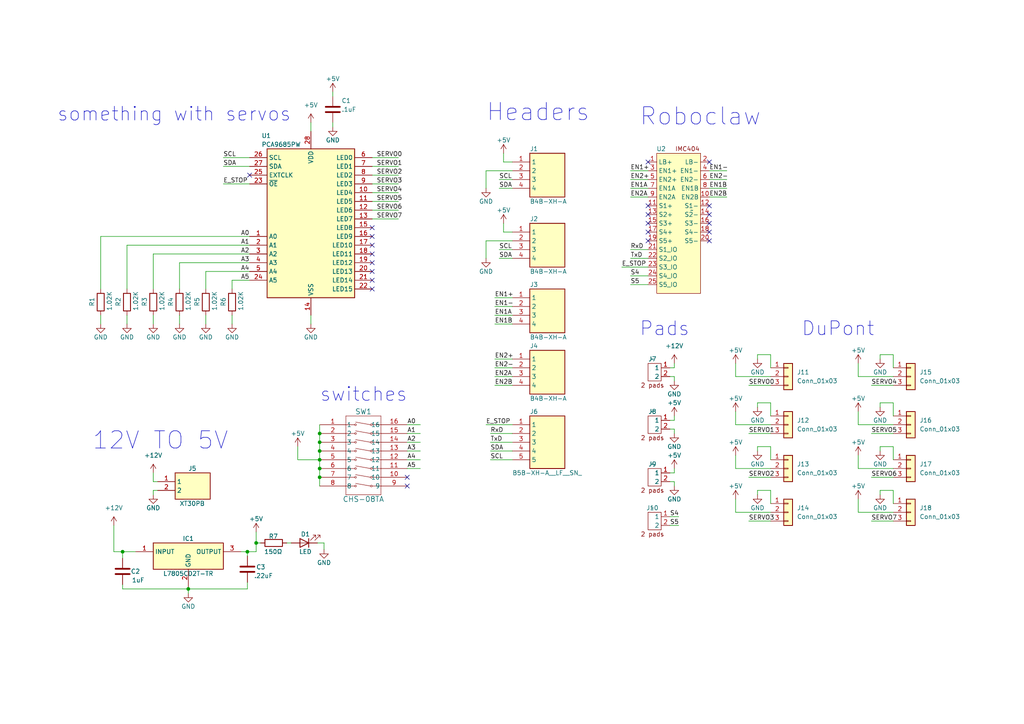
<source format=kicad_sch>
(kicad_sch (version 20230121) (generator eeschema)
  (paper "A4")
  (lib_symbols
    (symbol "B4B-XH-A:B4B-XH-A"
      (property "Reference" "J" (at 16.51 7.62 0))
      (property "Value" "B4B-XH-A" (at 16.51 5.08 0))
      (symbol "B4B-XH-A_1_1"
        (rectangle (start 5.08 2.54) (end 15.24 -10.16) (stroke (width 0.254)) (fill (type background)))
        (pin passive line (at 0 0 0) (length 5.08) (name "1") (number "1"))
        (pin passive line (at 0 -2.54 0) (length 5.08) (name "2") (number "2"))
        (pin passive line (at 0 -5.08 0) (length 5.08) (name "3") (number "3"))
        (pin passive line (at 0 -7.62 0) (length 5.08) (name "4") (number "4"))
      )
    )
    (symbol "B5B-XH-A__LF__SN_:B5B-XH-A__LF__SN_"
      (property "Reference" "J" (at 16.51 7.62 0))
      (property "Value" "B5B-XH-A__LF__SN_" (at 16.51 5.08 0))
      (symbol "B5B-XH-A__LF__SN__1_1"
        (rectangle (start 5.08 2.54) (end 15.24 -12.7) (stroke (width 0.254)) (fill (type background)))
        (pin passive line (at 0 0 0) (length 5.08) (name "1") (number "1"))
        (pin passive line (at 0 -2.54 0) (length 5.08) (name "2") (number "2"))
        (pin passive line (at 0 -5.08 0) (length 5.08) (name "3") (number "3"))
        (pin passive line (at 0 -7.62 0) (length 5.08) (name "4") (number "4"))
        (pin passive line (at 0 -10.16 0) (length 5.08) (name "5") (number "5"))
      )
    )
    (symbol "CHS-08TA:CHS-08TA" (pin_names (offset 0.254))
      (property "Reference" "SW" (at 12.7 7.62 0))
      (property "Value" "CHS-08TA" (at 12.7 5.08 0))
      (symbol "CHS-08TA_0_1"
        (polyline (pts (xy 7.62 -20.32) (xy 17.78 -20.32)) (stroke (width 0.127)))
        (polyline (pts (xy 7.62 -17.78) (xy 10.16 -17.78)) (stroke (width 0.127)))
        (polyline (pts (xy 7.62 -15.24) (xy 10.16 -15.24)) (stroke (width 0.127)))
        (polyline (pts (xy 7.62 -12.7) (xy 10.16 -12.7)) (stroke (width 0.127)))
        (polyline (pts (xy 7.62 -10.16) (xy 10.16 -10.16)) (stroke (width 0.127)))
        (polyline (pts (xy 7.62 -7.62) (xy 10.16 -7.62)) (stroke (width 0.127)))
        (polyline (pts (xy 7.62 -5.08) (xy 10.16 -5.08)) (stroke (width 0.127)))
        (polyline (pts (xy 7.62 -2.54) (xy 10.16 -2.54)) (stroke (width 0.127)))
        (polyline (pts (xy 7.62 0) (xy 10.16 0)) (stroke (width 0.127)))
        (polyline (pts (xy 7.62 2.54) (xy 7.62 -20.32)) (stroke (width 0.127)))
        (polyline (pts (xy 14.732 -17.78) (xy 10.414 -17.018)) (stroke (width 0.127)))
        (polyline (pts (xy 14.732 -15.24) (xy 10.414 -14.478)) (stroke (width 0.127)))
        (polyline (pts (xy 14.732 -12.7) (xy 10.414 -11.938)) (stroke (width 0.127)))
        (polyline (pts (xy 14.732 -10.16) (xy 10.414 -9.398)) (stroke (width 0.127)))
        (polyline (pts (xy 14.732 -7.62) (xy 10.414 -6.858)) (stroke (width 0.127)))
        (polyline (pts (xy 14.732 -5.08) (xy 10.414 -4.318)) (stroke (width 0.127)))
        (polyline (pts (xy 14.732 -2.54) (xy 10.414 -1.778)) (stroke (width 0.127)))
        (polyline (pts (xy 14.732 0) (xy 10.414 0.762)) (stroke (width 0.127)))
        (polyline (pts (xy 15.24 -17.78) (xy 17.78 -17.78)) (stroke (width 0.127)))
        (polyline (pts (xy 15.24 -15.24) (xy 17.78 -15.24)) (stroke (width 0.127)))
        (polyline (pts (xy 15.24 -12.7) (xy 17.78 -12.7)) (stroke (width 0.127)))
        (polyline (pts (xy 15.24 -10.16) (xy 17.78 -10.16)) (stroke (width 0.127)))
        (polyline (pts (xy 15.24 -7.62) (xy 17.78 -7.62)) (stroke (width 0.127)))
        (polyline (pts (xy 15.24 -5.08) (xy 17.78 -5.08)) (stroke (width 0.127)))
        (polyline (pts (xy 15.24 -2.54) (xy 17.78 -2.54)) (stroke (width 0.127)))
        (polyline (pts (xy 15.24 0) (xy 17.78 0)) (stroke (width 0.127)))
        (polyline (pts (xy 17.78 -20.32) (xy 17.78 2.54)) (stroke (width 0.127)))
        (polyline (pts (xy 17.78 2.54) (xy 7.62 2.54)) (stroke (width 0.127)))
        (circle (center 10.414 -17.78) (radius 0.254) (stroke (width 0.127)))
        (circle (center 10.414 -15.24) (radius 0.254) (stroke (width 0.127)))
        (circle (center 10.414 -12.7) (radius 0.254) (stroke (width 0.127)))
        (circle (center 10.414 -10.16) (radius 0.254) (stroke (width 0.127)))
        (circle (center 10.414 -7.62) (radius 0.254) (stroke (width 0.127)))
        (circle (center 10.414 -5.08) (radius 0.254) (stroke (width 0.127)))
        (circle (center 10.414 -2.54) (radius 0.254) (stroke (width 0.127)))
        (circle (center 10.414 0) (radius 0.254) (stroke (width 0.127)))
        (circle (center 14.986 -17.78) (radius 0.254) (stroke (width 0.127)))
        (circle (center 14.986 -15.24) (radius 0.254) (stroke (width 0.127)))
        (circle (center 14.986 -12.7) (radius 0.254) (stroke (width 0.127)))
        (circle (center 14.986 -10.16) (radius 0.254) (stroke (width 0.127)))
        (circle (center 14.986 -7.62) (radius 0.254) (stroke (width 0.127)))
        (circle (center 14.986 -5.08) (radius 0.254) (stroke (width 0.127)))
        (circle (center 14.986 -2.54) (radius 0.254) (stroke (width 0.127)))
        (circle (center 14.986 0) (radius 0.254) (stroke (width 0.127)))
        (pin unspecified line (at 0 0 0) (length 7.62) (name "1") (number "1"))
        (pin unspecified line (at 25.4 -15.24 180) (length 7.62) (name "10") (number "10"))
        (pin unspecified line (at 25.4 -12.7 180) (length 7.62) (name "11") (number "11"))
        (pin unspecified line (at 25.4 -10.16 180) (length 7.62) (name "12") (number "12"))
        (pin unspecified line (at 25.4 -7.62 180) (length 7.62) (name "13") (number "13"))
        (pin unspecified line (at 25.4 -5.08 180) (length 7.62) (name "14") (number "14"))
        (pin unspecified line (at 25.4 -2.54 180) (length 7.62) (name "15") (number "15"))
        (pin unspecified line (at 25.4 0 180) (length 7.62) (name "16") (number "16"))
        (pin unspecified line (at 0 -2.54 0) (length 7.62) (name "2") (number "2"))
        (pin unspecified line (at 0 -5.08 0) (length 7.62) (name "3") (number "3"))
        (pin unspecified line (at 0 -7.62 0) (length 7.62) (name "4") (number "4"))
        (pin unspecified line (at 0 -10.16 0) (length 7.62) (name "5") (number "5"))
        (pin unspecified line (at 0 -12.7 0) (length 7.62) (name "6") (number "6"))
        (pin unspecified line (at 0 -15.24 0) (length 7.62) (name "7") (number "7"))
        (pin unspecified line (at 0 -17.78 0) (length 7.62) (name "8") (number "8"))
        (pin unspecified line (at 25.4 -17.78 180) (length 7.62) (name "9") (number "9"))
      )
    )
    (symbol "Connector_Generic:Conn_01x03" (pin_names (offset 1.016) hide)
      (property "Reference" "J" (at 0 5.08 0))
      (property "Value" "Conn_01x03" (at 0 -5.08 0))
      (symbol "Conn_01x03_1_1"
        (rectangle (start -1.27 -2.413) (end 0 -2.667) (stroke (width 0.1524)))
        (rectangle (start -1.27 0.127) (end 0 -0.127) (stroke (width 0.1524)))
        (rectangle (start -1.27 2.667) (end 0 2.413) (stroke (width 0.1524)))
        (rectangle (start -1.27 3.81) (end 1.27 -3.81) (stroke (width 0.254)) (fill (type background)))
        (pin passive line (at -5.08 2.54 0) (length 3.81) (name "Pin_1") (number "1"))
        (pin passive line (at -5.08 0 0) (length 3.81) (name "Pin_2") (number "2"))
        (pin passive line (at -5.08 -2.54 0) (length 3.81) (name "Pin_3") (number "3"))
      )
    )
    (symbol "Device:C" (pin_numbers hide) (pin_names (offset 0.254))
      (property "Reference" "C" (at 0.635 2.54 0))
      (property "Value" "C" (at 0.635 -2.54 0))
      (symbol "C_0_1"
        (polyline (pts (xy -2.032 -0.762) (xy 2.032 -0.762)) (stroke (width 0.508)))
        (polyline (pts (xy -2.032 0.762) (xy 2.032 0.762)) (stroke (width 0.508)))
      )
      (symbol "C_1_1"
        (pin passive line (at 0 3.81 270) (length 2.794) (name "~") (number "1"))
        (pin passive line (at 0 -3.81 90) (length 2.794) (name "~") (number "2"))
      )
    )
    (symbol "Device:LED" (pin_numbers hide) (pin_names (offset 1.016) hide)
      (property "Reference" "D" (at 0 2.54 0))
      (property "Value" "LED" (at 0 -2.54 0))
      (symbol "LED_0_1"
        (polyline (pts (xy -1.27 -1.27) (xy -1.27 1.27)) (stroke (width 0.254)))
        (polyline (pts (xy -1.27 0) (xy 1.27 0)))
        (polyline (pts (xy 1.27 -1.27) (xy 1.27 1.27) (xy -1.27 0) (xy 1.27 -1.27)) (stroke (width 0.254)))
        (polyline (pts (xy -3.048 -0.762) (xy -4.572 -2.286) (xy -3.81 -2.286) (xy -4.572 -2.286) (xy -4.572 -1.524)))
        (polyline (pts (xy -1.778 -0.762) (xy -3.302 -2.286) (xy -2.54 -2.286) (xy -3.302 -2.286) (xy -3.302 -1.524)))
      )
      (symbol "LED_1_1"
        (pin passive line (at -3.81 0 0) (length 2.54) (name "K") (number "1"))
        (pin passive line (at 3.81 0 180) (length 2.54) (name "A") (number "2"))
      )
    )
    (symbol "Device:R" (pin_numbers hide) (pin_names (offset 0))
      (property "Reference" "R" (at 2.032 0 90))
      (property "Value" "R" (at 0 0 90))
      (symbol "R_0_1"
        (rectangle (start -1.016 -2.54) (end 1.016 2.54) (stroke (width 0.254)))
      )
      (symbol "R_1_1"
        (pin passive line (at 0 3.81 270) (length 1.27) (name "~") (number "1"))
        (pin passive line (at 0 -3.81 90) (length 1.27) (name "~") (number "2"))
      )
    )
    (symbol "Driver_LED:PCA9685PW"
      (property "Reference" "U" (at -12.7 22.225 0))
      (property "Value" "PCA9685PW" (at 1.27 22.225 0))
      (symbol "PCA9685PW_0_1"
        (rectangle (start -12.7 20.32) (end 12.7 -22.86) (stroke (width 0.254)) (fill (type background)))
      )
      (symbol "PCA9685PW_1_1"
        (pin input line (at -17.78 -5.08 0) (length 5.08) (name "A0") (number "1"))
        (pin output line (at 17.78 7.62 180) (length 5.08) (name "LED4") (number "10"))
        (pin output line (at 17.78 5.08 180) (length 5.08) (name "LED5") (number "11"))
        (pin output line (at 17.78 2.54 180) (length 5.08) (name "LED6") (number "12"))
        (pin output line (at 17.78 0 180) (length 5.08) (name "LED7") (number "13"))
        (pin power_in line (at 0 -27.94 90) (length 5.08) (name "VSS") (number "14"))
        (pin output line (at 17.78 -2.54 180) (length 5.08) (name "LED8") (number "15"))
        (pin output line (at 17.78 -5.08 180) (length 5.08) (name "LED9") (number "16"))
        (pin output line (at 17.78 -7.62 180) (length 5.08) (name "LED10") (number "17"))
        (pin output line (at 17.78 -10.16 180) (length 5.08) (name "LED11") (number "18"))
        (pin output line (at 17.78 -12.7 180) (length 5.08) (name "LED12") (number "19"))
        (pin input line (at -17.78 -7.62 0) (length 5.08) (name "A1") (number "2"))
        (pin output line (at 17.78 -15.24 180) (length 5.08) (name "LED13") (number "20"))
        (pin output line (at 17.78 -17.78 180) (length 5.08) (name "LED14") (number "21"))
        (pin output line (at 17.78 -20.32 180) (length 5.08) (name "LED15") (number "22"))
        (pin input line (at -17.78 10.16 0) (length 5.08) (name "~{OE}") (number "23"))
        (pin input line (at -17.78 -17.78 0) (length 5.08) (name "A5") (number "24"))
        (pin input line (at -17.78 12.7 0) (length 5.08) (name "EXTCLK") (number "25"))
        (pin input line (at -17.78 17.78 0) (length 5.08) (name "SCL") (number "26"))
        (pin bidirectional line (at -17.78 15.24 0) (length 5.08) (name "SDA") (number "27"))
        (pin power_in line (at 0 25.4 270) (length 5.08) (name "VDD") (number "28"))
        (pin input line (at -17.78 -10.16 0) (length 5.08) (name "A2") (number "3"))
        (pin input line (at -17.78 -12.7 0) (length 5.08) (name "A3") (number "4"))
        (pin input line (at -17.78 -15.24 0) (length 5.08) (name "A4") (number "5"))
        (pin output line (at 17.78 17.78 180) (length 5.08) (name "LED0") (number "6"))
        (pin output line (at 17.78 15.24 180) (length 5.08) (name "LED1") (number "7"))
        (pin output line (at 17.78 12.7 180) (length 5.08) (name "LED2") (number "8"))
        (pin output line (at 17.78 10.16 180) (length 5.08) (name "LED3") (number "9"))
      )
    )
    (symbol "IMC404:IMC404"
      (property "Reference" "U" (at -5.08 20.32 0))
      (symbol "IMC404_0_0"
        (text "IMC404" (at 2.54 20.32 0) (effects (font (size 1.27 1.27))))
      )
      (symbol "IMC404_1_1"
        (rectangle (start -6.35 19.05) (end 6.35 -21.59) (fill (type background)))
        (pin input line (at -8.89 16.51 0) (length 2.54) (name "LB+") (number "1"))
        (pin input line (at 8.89 6.35 180) (length 2.54) (name "EN2B") (number "10"))
        (pin input line (at -8.89 3.81 0) (length 2.54) (name "S1+") (number "11"))
        (pin input line (at 8.89 3.81 180) (length 2.54) (name "S1-") (number "12"))
        (pin input line (at -8.89 1.27 0) (length 2.54) (name "S2+") (number "13"))
        (pin input line (at 8.89 1.27 180) (length 2.54) (name "S2-") (number "14"))
        (pin input line (at -8.89 -1.27 0) (length 2.54) (name "S3+") (number "15"))
        (pin input line (at 8.89 -1.27 180) (length 2.54) (name "S3-") (number "16"))
        (pin input line (at -8.89 -3.81 0) (length 2.54) (name "S4+") (number "17"))
        (pin input line (at 8.89 -3.81 180) (length 2.54) (name "S4-") (number "18"))
        (pin input line (at -8.89 -6.35 0) (length 2.54) (name "S5+") (number "19"))
        (pin input line (at 8.89 16.51 180) (length 2.54) (name "LB-") (number "2"))
        (pin input line (at 8.89 -6.35 180) (length 2.54) (name "S5-") (number "20"))
        (pin input line (at -8.89 -8.89 0) (length 2.54) (name "S1_IO") (number "21"))
        (pin input line (at -8.89 -11.43 0) (length 2.54) (name "S2_IO") (number "22"))
        (pin input line (at -8.89 -13.97 0) (length 2.54) (name "S3_IO") (number "23"))
        (pin input line (at -8.89 -16.51 0) (length 2.54) (name "S4_IO") (number "24"))
        (pin input line (at -8.89 -19.05 0) (length 2.54) (name "S5_IO") (number "25"))
        (pin input line (at -8.89 13.97 0) (length 2.54) (name "EN1+") (number "3"))
        (pin input line (at 8.89 13.97 180) (length 2.54) (name "EN1-") (number "4"))
        (pin input line (at -8.89 11.43 0) (length 2.54) (name "EN2+") (number "5"))
        (pin input line (at 8.89 11.43 180) (length 2.54) (name "EN2-") (number "6"))
        (pin input line (at -8.89 8.89 0) (length 2.54) (name "EN1A") (number "7"))
        (pin input line (at 8.89 8.89 180) (length 2.54) (name "EN1B") (number "8"))
        (pin input line (at -8.89 6.35 0) (length 2.54) (name "EN2A") (number "9"))
      )
    )
    (symbol "L7805CD2T-TR:L7805CD2T-TR"
      (property "Reference" "IC" (at 13.97 7.62 0))
      (property "Value" "L7805CD2T-TR" (at 7.62 5.08 0))
      (symbol "L7805CD2T-TR_1_1"
        (rectangle (start 5.08 2.54) (end 25.4 -5.08) (stroke (width 0.254)) (fill (type background)))
        (pin passive line (at 0 0 0) (length 5.08) (name "INPUT") (number "1"))
        (pin passive line (at 15.24 -10.16 90) (length 5.08) (name "GND") (number "2"))
        (pin passive line (at 30.48 0 180) (length 5.08) (name "OUTPUT") (number "3"))
      )
    )
    (symbol "XT30PB:XT30PB"
      (property "Reference" "J" (at 16.51 7.62 0))
      (property "Value" "XT30PB" (at 16.51 5.08 0))
      (symbol "XT30PB_1_1"
        (rectangle (start 5.08 2.54) (end 15.24 -5.08) (stroke (width 0.254)) (fill (type background)))
        (pin passive line (at 0 0 0) (length 5.08) (name "1") (number "1"))
        (pin passive line (at 0 -2.54 0) (length 5.08) (name "2") (number "2"))
      )
    )
    (symbol "power:+12V" (power) (pin_names (offset 0))
      (property "Value" "+12V" (at 0 3.556 0))
      (symbol "+12V_0_1"
        (polyline (pts (xy -0.762 1.27) (xy 0 2.54)))
        (polyline (pts (xy 0 0) (xy 0 2.54)))
        (polyline (pts (xy 0 2.54) (xy 0.762 1.27)))
      )
      (symbol "+12V_1_1"
        (pin power_in line (at 0 0 90) (length 0) hide (name "+12V") (number "1"))
      )
    )
    (symbol "power:+5V" (power) (pin_names (offset 0))
      (property "Value" "+5V" (at 0 3.556 0))
      (symbol "+5V_0_1"
        (polyline (pts (xy -0.762 1.27) (xy 0 2.54)))
        (polyline (pts (xy 0 0) (xy 0 2.54)))
        (polyline (pts (xy 0 2.54) (xy 0.762 1.27)))
      )
      (symbol "+5V_1_1"
        (pin power_in line (at 0 0 90) (length 0) hide (name "+5V") (number "1"))
      )
    )
    (symbol "power:GND" (power) (pin_names (offset 0))
      (property "Value" "GND" (at 0 -3.81 0))
      (symbol "GND_0_1"
        (polyline (pts (xy 0 0) (xy 0 -1.27) (xy 1.27 -1.27) (xy 0 -2.54) (xy -1.27 -1.27) (xy 0 -1.27)))
      )
      (symbol "GND_1_1"
        (pin power_in line (at 0 0 270) (length 0) hide (name "GND") (number "1"))
      )
    )
    (symbol "solder_pads:2_square_4mm"
      (property "Reference" "J" (at -1.27 0 0))
      (symbol "2_square_4mm_0_1"
        (rectangle (start -1.27 -1.27) (end 2.54 -6.35))
      )
      (symbol "2_square_4mm_1_1"
        (text "2 pads\n" (at 0 -7.62 0) (effects (font (size 1.27 1.27))))
        (pin input line (at 5.08 -2.54 180) (length 2.54) (name "1") (number "1"))
        (pin input line (at 5.08 -5.08 180) (length 2.54) (name "2") (number "2"))
      )
    )
  )
  (junction (at 92.71 125.73))
  (junction (at 92.71 133.35))
  (junction (at 74.295 157.48))
  (junction (at 35.56 160.02))
  (junction (at 92.71 130.81))
  (junction (at 54.61 170.815))
  (junction (at 92.71 138.43))
  (junction (at 92.71 128.27))
  (junction (at 71.755 160.02))
  (junction (at 92.71 135.89))
  (no_connect (at 107.95 68.58))
  (no_connect (at 205.74 46.99))
  (no_connect (at 72.39 50.8))
  (no_connect (at 187.96 64.77))
  (no_connect (at 187.96 59.69))
  (no_connect (at 205.74 69.85))
  (no_connect (at 118.11 138.43))
  (no_connect (at 118.11 140.97))
  (no_connect (at 107.95 76.2))
  (no_connect (at 205.74 64.77))
  (no_connect (at 107.95 71.12))
  (no_connect (at 107.95 78.74))
  (no_connect (at 107.95 73.66))
  (no_connect (at 205.74 62.23))
  (no_connect (at 187.96 67.31))
  (no_connect (at 107.95 83.82))
  (no_connect (at 205.74 67.31))
  (no_connect (at 107.95 81.28))
  (no_connect (at 187.96 69.85))
  (no_connect (at 187.96 46.99))
  (no_connect (at 107.95 66.04))
  (no_connect (at 187.96 62.23))
  (no_connect (at 205.74 59.69))
  (wire (pts (xy 44.45 73.66) (xy 44.45 83.82)))
  (wire (pts (xy 64.77 45.72) (xy 72.39 45.72)))
  (wire (pts (xy 54.61 170.18) (xy 54.61 170.815)))
  (wire (pts (xy 142.24 125.73) (xy 148.59 125.73)))
  (wire (pts (xy 182.88 57.15) (xy 187.96 57.15)))
  (wire (pts (xy 118.11 135.89) (xy 121.92 135.89)))
  (wire (pts (xy 107.95 60.96) (xy 115.57 60.96)))
  (wire (pts (xy 255.27 142.24) (xy 255.27 143.51)))
  (wire (pts (xy 223.52 109.22) (xy 213.36 109.22)))
  (wire (pts (xy 194.31 139.7) (xy 195.58 139.7)))
  (wire (pts (xy 182.88 52.07) (xy 187.96 52.07)))
  (wire (pts (xy 223.52 148.59) (xy 213.36 148.59)))
  (wire (pts (xy 259.08 106.68) (xy 259.08 102.87)))
  (wire (pts (xy 142.24 130.81) (xy 148.59 130.81)))
  (wire (pts (xy 54.61 170.815) (xy 71.755 170.815)))
  (wire (pts (xy 74.295 160.02) (xy 74.295 157.48)))
  (wire (pts (xy 194.31 109.22) (xy 195.58 109.22)))
  (wire (pts (xy 143.51 91.44) (xy 148.59 91.44)))
  (wire (pts (xy 180.34 77.47) (xy 187.96 77.47)))
  (wire (pts (xy 74.295 157.48) (xy 74.295 154.305)))
  (wire (pts (xy 248.92 105.41) (xy 248.92 109.22)))
  (wire (pts (xy 223.52 116.84) (xy 219.71 116.84)))
  (wire (pts (xy 140.97 123.19) (xy 148.59 123.19)))
  (wire (pts (xy 143.51 93.98) (xy 148.59 93.98)))
  (wire (pts (xy 182.88 72.39) (xy 187.96 72.39)))
  (wire (pts (xy 213.36 132.08) (xy 213.36 135.89)))
  (wire (pts (xy 195.58 109.22) (xy 195.58 110.49)))
  (wire (pts (xy 195.58 139.7) (xy 195.58 140.97)))
  (wire (pts (xy 259.08 135.89) (xy 248.92 135.89)))
  (wire (pts (xy 223.52 106.68) (xy 223.52 102.87)))
  (wire (pts (xy 217.17 151.13) (xy 223.52 151.13)))
  (wire (pts (xy 118.11 130.81) (xy 121.92 130.81)))
  (wire (pts (xy 67.31 81.28) (xy 72.39 81.28)))
  (wire (pts (xy 143.51 88.9) (xy 148.59 88.9)))
  (wire (pts (xy 107.95 58.42) (xy 115.57 58.42)))
  (wire (pts (xy 118.11 133.35) (xy 121.92 133.35)))
  (wire (pts (xy 195.58 120.65) (xy 195.58 121.92)))
  (wire (pts (xy 248.92 119.38) (xy 248.92 123.19)))
  (wire (pts (xy 223.52 120.65) (xy 223.52 116.84)))
  (wire (pts (xy 92.71 123.19) (xy 92.71 125.73)))
  (wire (pts (xy 205.74 57.15) (xy 210.82 57.15)))
  (wire (pts (xy 142.24 128.27) (xy 148.59 128.27)))
  (wire (pts (xy 107.95 48.26) (xy 115.57 48.26)))
  (wire (pts (xy 96.52 26.67) (xy 96.52 27.94)))
  (wire (pts (xy 213.36 105.41) (xy 213.36 109.22)))
  (wire (pts (xy 259.08 123.19) (xy 248.92 123.19)))
  (wire (pts (xy 223.52 123.19) (xy 213.36 123.19)))
  (wire (pts (xy 194.31 106.68) (xy 195.58 106.68)))
  (wire (pts (xy 146.05 64.77) (xy 146.05 67.31)))
  (wire (pts (xy 182.88 80.01) (xy 187.96 80.01)))
  (wire (pts (xy 252.73 138.43) (xy 259.08 138.43)))
  (wire (pts (xy 223.52 146.05) (xy 223.52 142.24)))
  (wire (pts (xy 217.17 138.43) (xy 223.52 138.43)))
  (wire (pts (xy 143.51 111.76) (xy 148.59 111.76)))
  (wire (pts (xy 223.52 102.87) (xy 219.71 102.87)))
  (wire (pts (xy 148.59 49.53) (xy 140.97 49.53)))
  (wire (pts (xy 182.88 54.61) (xy 187.96 54.61)))
  (wire (pts (xy 142.24 133.35) (xy 148.59 133.35)))
  (wire (pts (xy 33.02 152.4) (xy 33.02 160.02)))
  (wire (pts (xy 255.27 102.87) (xy 259.08 102.87)))
  (wire (pts (xy 219.71 116.84) (xy 219.71 118.11)))
  (wire (pts (xy 259.08 116.84) (xy 255.27 116.84)))
  (wire (pts (xy 217.17 111.76) (xy 223.52 111.76)))
  (wire (pts (xy 35.56 170.815) (xy 54.61 170.815)))
  (wire (pts (xy 93.98 157.48) (xy 92.075 157.48)))
  (wire (pts (xy 219.71 102.87) (xy 219.71 104.14)))
  (wire (pts (xy 92.71 135.89) (xy 92.71 138.43)))
  (wire (pts (xy 72.39 71.12) (xy 36.83 71.12)))
  (wire (pts (xy 107.95 55.88) (xy 115.57 55.88)))
  (wire (pts (xy 194.31 152.4) (xy 196.85 152.4)))
  (wire (pts (xy 52.07 76.2) (xy 52.07 83.82)))
  (wire (pts (xy 259.08 109.22) (xy 248.92 109.22)))
  (wire (pts (xy 44.45 137.16) (xy 44.45 139.7)))
  (wire (pts (xy 195.58 121.92) (xy 194.31 121.92)))
  (wire (pts (xy 44.45 91.44) (xy 44.45 93.98)))
  (wire (pts (xy 219.71 129.54) (xy 219.71 130.81)))
  (wire (pts (xy 194.31 149.86) (xy 196.85 149.86)))
  (wire (pts (xy 72.39 78.74) (xy 59.69 78.74)))
  (wire (pts (xy 92.71 125.73) (xy 92.71 128.27)))
  (wire (pts (xy 74.295 160.02) (xy 71.755 160.02)))
  (wire (pts (xy 72.39 68.58) (xy 29.21 68.58)))
  (wire (pts (xy 255.27 129.54) (xy 255.27 130.81)))
  (wire (pts (xy 35.56 169.545) (xy 35.56 170.815)))
  (wire (pts (xy 252.73 151.13) (xy 259.08 151.13)))
  (wire (pts (xy 107.95 63.5) (xy 115.57 63.5)))
  (wire (pts (xy 259.08 148.59) (xy 248.92 148.59)))
  (wire (pts (xy 259.08 129.54) (xy 255.27 129.54)))
  (wire (pts (xy 71.755 160.02) (xy 69.85 160.02)))
  (wire (pts (xy 146.05 46.99) (xy 148.59 46.99)))
  (wire (pts (xy 217.17 125.73) (xy 223.52 125.73)))
  (wire (pts (xy 144.78 54.61) (xy 148.59 54.61)))
  (wire (pts (xy 146.05 44.45) (xy 146.05 46.99)))
  (wire (pts (xy 205.74 54.61) (xy 210.82 54.61)))
  (wire (pts (xy 118.11 125.73) (xy 121.92 125.73)))
  (wire (pts (xy 96.52 35.56) (xy 96.52 36.83)))
  (wire (pts (xy 223.52 133.35) (xy 223.52 129.54)))
  (wire (pts (xy 252.73 111.76) (xy 259.08 111.76)))
  (wire (pts (xy 71.755 168.91) (xy 71.755 170.815)))
  (wire (pts (xy 259.08 120.65) (xy 259.08 116.84)))
  (wire (pts (xy 71.755 160.02) (xy 71.755 161.29)))
  (wire (pts (xy 194.31 124.46) (xy 195.58 124.46)))
  (wire (pts (xy 29.21 91.44) (xy 29.21 93.98)))
  (wire (pts (xy 44.45 143.51) (xy 44.45 142.24)))
  (wire (pts (xy 83.185 157.48) (xy 84.455 157.48)))
  (wire (pts (xy 143.51 86.36) (xy 148.59 86.36)))
  (wire (pts (xy 144.78 72.39) (xy 148.59 72.39)))
  (wire (pts (xy 36.83 91.44) (xy 36.83 93.98)))
  (wire (pts (xy 59.69 78.74) (xy 59.69 83.82)))
  (wire (pts (xy 86.36 129.54) (xy 86.36 133.35)))
  (wire (pts (xy 248.92 144.78) (xy 248.92 148.59)))
  (wire (pts (xy 92.71 128.27) (xy 92.71 130.81)))
  (wire (pts (xy 205.74 52.07) (xy 210.82 52.07)))
  (wire (pts (xy 255.27 116.84) (xy 255.27 118.11)))
  (wire (pts (xy 36.83 71.12) (xy 36.83 83.82)))
  (wire (pts (xy 72.39 73.66) (xy 44.45 73.66)))
  (wire (pts (xy 52.07 91.44) (xy 52.07 93.98)))
  (wire (pts (xy 144.78 52.07) (xy 148.59 52.07)))
  (wire (pts (xy 54.61 170.815) (xy 54.61 172.085)))
  (wire (pts (xy 44.45 139.7) (xy 45.72 139.7)))
  (wire (pts (xy 29.21 68.58) (xy 29.21 83.82)))
  (wire (pts (xy 143.51 104.14) (xy 148.59 104.14)))
  (wire (pts (xy 143.51 109.22) (xy 148.59 109.22)))
  (wire (pts (xy 195.58 124.46) (xy 195.58 125.73)))
  (wire (pts (xy 195.58 105.41) (xy 195.58 106.68)))
  (wire (pts (xy 35.56 160.02) (xy 39.37 160.02)))
  (wire (pts (xy 182.88 74.93) (xy 187.96 74.93)))
  (wire (pts (xy 259.08 142.24) (xy 255.27 142.24)))
  (wire (pts (xy 248.92 132.08) (xy 248.92 135.89)))
  (wire (pts (xy 67.31 81.28) (xy 67.31 83.82)))
  (wire (pts (xy 35.56 160.02) (xy 35.56 161.925)))
  (wire (pts (xy 146.05 67.31) (xy 148.59 67.31)))
  (wire (pts (xy 33.02 160.02) (xy 35.56 160.02)))
  (wire (pts (xy 59.69 91.44) (xy 59.69 93.98)))
  (wire (pts (xy 74.295 157.48) (xy 75.565 157.48)))
  (wire (pts (xy 64.77 53.34) (xy 72.39 53.34)))
  (wire (pts (xy 213.36 119.38) (xy 213.36 123.19)))
  (wire (pts (xy 67.31 91.44) (xy 67.31 93.98)))
  (wire (pts (xy 107.95 53.34) (xy 115.57 53.34)))
  (wire (pts (xy 92.71 130.81) (xy 92.71 133.35)))
  (wire (pts (xy 205.74 49.53) (xy 210.82 49.53)))
  (wire (pts (xy 118.11 128.27) (xy 121.92 128.27)))
  (wire (pts (xy 252.73 125.73) (xy 259.08 125.73)))
  (wire (pts (xy 219.71 142.24) (xy 219.71 143.51)))
  (wire (pts (xy 255.27 102.87) (xy 255.27 104.14)))
  (wire (pts (xy 182.88 82.55) (xy 187.96 82.55)))
  (wire (pts (xy 90.17 35.56) (xy 90.17 38.1)))
  (wire (pts (xy 259.08 133.35) (xy 259.08 129.54)))
  (wire (pts (xy 92.71 138.43) (xy 92.71 140.97)))
  (wire (pts (xy 195.58 135.89) (xy 195.58 137.16)))
  (wire (pts (xy 64.77 48.26) (xy 72.39 48.26)))
  (wire (pts (xy 107.95 45.72) (xy 115.57 45.72)))
  (wire (pts (xy 144.78 74.93) (xy 148.59 74.93)))
  (wire (pts (xy 143.51 106.68) (xy 148.59 106.68)))
  (wire (pts (xy 259.08 146.05) (xy 259.08 142.24)))
  (wire (pts (xy 223.52 142.24) (xy 219.71 142.24)))
  (wire (pts (xy 107.95 50.8) (xy 115.57 50.8)))
  (wire (pts (xy 223.52 135.89) (xy 213.36 135.89)))
  (wire (pts (xy 92.71 133.35) (xy 92.71 135.89)))
  (wire (pts (xy 90.17 91.44) (xy 90.17 93.98)))
  (wire (pts (xy 72.39 76.2) (xy 52.07 76.2)))
  (wire (pts (xy 182.88 49.53) (xy 187.96 49.53)))
  (wire (pts (xy 118.11 123.19) (xy 121.92 123.19)))
  (wire (pts (xy 213.36 144.78) (xy 213.36 148.59)))
  (wire (pts (xy 44.45 142.24) (xy 45.72 142.24)))
  (wire (pts (xy 195.58 137.16) (xy 194.31 137.16)))
  (wire (pts (xy 92.71 133.35) (xy 86.36 133.35)))
  (wire (pts (xy 223.52 129.54) (xy 219.71 129.54)))
  (wire (pts (xy 93.98 159.385) (xy 93.98 157.48)))
  (wire (pts (xy 140.97 49.53) (xy 140.97 54.61)))
  (wire (pts (xy 140.97 69.85) (xy 140.97 74.93)))
  (wire (pts (xy 148.59 69.85) (xy 140.97 69.85)))
  (text "DuPont" (at 232.41 97.79 0) (effects (font (size 4 4)) (justify left bottom)))
  (text "Headers" (at 140.97 35.56 0) (effects (font (size 5 5)) (justify left bottom)))
  (text "12V TO 5V" (at 26.67 130.81 0) (effects (font (size 5 5)) (justify left bottom)))
  (text "something with servos\n" (at 16.51 35.56 0) (effects (font (size 4 4)) (justify left bottom)))
  (text "Roboclaw" (at 185.42 36.83 0) (effects (font (size 5 5)) (justify left bottom)))
  (text "switches" (at 92.71 116.84 0) (effects (font (size 4 4)) (justify left bottom)))
  (text "Pads" (at 185.42 97.79 0) (effects (font (size 4 4)) (justify left bottom)))
  (label "A3" (at 69.85 76.2 0))
  (label "SCL" (at 64.77 45.72 0))
  (label "TxD" (at 142.24 128.27 0))
  (label "SERVO7" (at 252.73 151.13 0))
  (label "SDA" (at 144.78 74.93 0))
  (label "SERVO5" (at 252.73 125.73 0))
  (label "EN2+" (at 182.88 52.07 0))
  (label "SDA" (at 64.77 48.26 0))
  (label "SERVO3" (at 109.22 53.34 0))
  (label "EN2A" (at 143.51 109.22 0))
  (label "EN2A" (at 182.88 57.15 0))
  (label "SERVO5" (at 109.22 58.42 0))
  (label "SCL" (at 144.78 52.07 0))
  (label "S5" (at 182.88 82.55 0))
  (label "SERVO0" (at 217.17 111.76 0))
  (label "RxD" (at 142.24 125.73 0))
  (label "A1" (at 69.85 71.12 0))
  (label "SERVO3" (at 217.17 151.13 0))
  (label "SERVO2" (at 109.22 50.8 0))
  (label "EN1A" (at 182.88 54.61 0))
  (label "EN1B" (at 143.51 93.98 0))
  (label "SERVO2" (at 217.17 138.43 0))
  (label "E_STOP" (at 180.34 77.47 0))
  (label "A2" (at 118.11 128.27 0))
  (label "A5" (at 118.11 135.89 0))
  (label "E_STOP" (at 140.97 123.19 0))
  (label "A5" (at 69.85 81.28 0))
  (label "EN1-" (at 143.51 88.9 0))
  (label "A3" (at 118.11 130.81 0))
  (label "A0" (at 118.11 123.19 0))
  (label "A1" (at 118.11 125.73 0))
  (label "SERVO6" (at 109.22 60.96 0))
  (label "S4" (at 194.31 149.86 0))
  (label "SCL" (at 142.24 133.35 0))
  (label "S5" (at 194.31 152.4 0))
  (label "A0" (at 69.85 68.58 0))
  (label "SERVO1" (at 217.17 125.73 0))
  (label "SERVO1" (at 109.22 48.26 0))
  (label "SERVO4" (at 252.73 111.76 0))
  (label "RxD" (at 182.88 72.39 0))
  (label "SERVO4" (at 109.22 55.88 0))
  (label "EN2B" (at 205.74 57.15 0))
  (label "SERVO0" (at 109.22 45.72 0))
  (label "SERVO6" (at 252.73 138.43 0))
  (label "TxD" (at 182.88 74.93 0))
  (label "SCL" (at 144.78 72.39 0))
  (label "SDA" (at 142.24 130.81 0))
  (label "EN1A" (at 143.51 91.44 0))
  (label "EN2+" (at 143.51 104.14 0))
  (label "EN2-" (at 143.51 106.68 0))
  (label "EN1-" (at 205.74 49.53 0))
  (label "A2" (at 69.85 73.66 0))
  (label "EN2B" (at 143.51 111.76 0))
  (label "A4" (at 69.85 78.74 0))
  (label "SERVO7" (at 109.22 63.5 0))
  (label "EN1+" (at 143.51 86.36 0))
  (label "SDA" (at 144.78 54.61 0))
  (label "EN2-" (at 205.74 52.07 0))
  (label "EN1+" (at 182.88 49.53 0))
  (label "EN1B" (at 205.74 54.61 0))
  (label "S4" (at 182.88 80.01 0))
  (label "A4" (at 118.11 133.35 0))
  (label "E_STOP" (at 64.77 53.34 0))
  (symbol (lib_id "Connector_Generic:Conn_01x03") (at 264.16 135.89 0) (unit 1)
    (property "Reference" "J17" (at 266.7 134.62 0) (effects (justify left)))
    (property "Value" "Conn_01x03" (at 266.7 137.16 0) (effects (justify left)))
    (property "Footprint" "Connector_PinHeader_2.54mm:PinHeader_1x03_P2.54mm_Vertical" (effects hide))
  )
  (symbol (lib_id "power:GND") (at 195.58 110.49 0) (unit 1)
    (property "Reference" "#PWR024" (effects hide))
    (property "Value" "GND" (at 195.58 114.3 0))
  )
  (symbol (lib_id "B4B-XH-A:B4B-XH-A") (at 148.59 86.36 0) (unit 1)
    (property "Reference" "J3" (at 153.67 82.55 0) (effects (justify left)))
    (property "Value" "B4B-XH-A" (at 153.67 97.79 0) (effects (justify left)))
    (property "Footprint" "footprints:B4BXHA" (effects hide))
    (property "Datasheet" "https://www.jst-mfg.com/product/pdf/eng/eXH.pdf" (effects hide))
    (property "Height" "7" (effects hide))
    (property "Manufacturer_Name" "JST (JAPAN SOLDERLESS TERMINALS)" (effects hide))
    (property "Manufacturer_Part_Number" "B4B-XH-A" (effects hide))
  )
  (symbol (lib_id "power:+5V") (at 90.17 35.56 0) (unit 1)
    (property "Reference" "#PWR01" (effects hide))
    (property "Value" "+5V" (at 90.17 30.48 0))
  )
  (symbol (lib_id "power:+5V") (at 248.92 105.41 0) (unit 1)
    (property "Reference" "#PWR037" (effects hide))
    (property "Value" "+5V" (at 248.92 101.6 0))
  )
  (symbol (lib_id "power:+5V") (at 96.52 26.67 0) (unit 1)
    (property "Reference" "#PWR09" (effects hide))
    (property "Value" "+5V" (at 96.52 22.86 0))
  )
  (symbol (lib_id "Connector_Generic:Conn_01x03") (at 228.6 135.89 0) (unit 1)
    (property "Reference" "J13" (at 231.14 134.62 0) (effects (justify left)))
    (property "Value" "Conn_01x03" (at 231.14 137.16 0) (effects (justify left)))
    (property "Footprint" "Connector_PinHeader_2.54mm:PinHeader_1x03_P2.54mm_Vertical" (effects hide))
  )
  (symbol (lib_id "Device:R") (at 36.83 87.63 0) (unit 1)
    (property "Reference" "R2" (at 34.29 88.9 90) (effects (justify left)))
    (property "Value" "1.02K" (at 39.37 90.17 90) (effects (justify left)))
    (property "Footprint" "Resistor_SMD:R_0603_1608Metric" (effects hide))
  )
  (symbol (lib_id "Connector_Generic:Conn_01x03") (at 228.6 123.19 0) (unit 1)
    (property "Reference" "J12" (at 231.14 121.92 0) (effects (justify left)))
    (property "Value" "Conn_01x03" (at 231.14 124.46 0) (effects (justify left)))
    (property "Footprint" "Connector_PinHeader_2.54mm:PinHeader_1x03_P2.54mm_Vertical" (effects hide))
  )
  (symbol (lib_id "Device:LED") (at 88.265 157.48 180) (unit 1)
    (property "Reference" "D1" (at 88.5825 154.94 0))
    (property "Value" "LED" (at 88.5825 160.02 0))
    (property "Footprint" "LED_SMD:LED_0603_1608Metric" (effects hide))
  )
  (symbol (lib_id "power:GND") (at 67.31 93.98 0) (unit 1)
    (property "Reference" "#PWR03" (effects hide))
    (property "Value" "GND" (at 67.31 97.79 0))
  )
  (symbol (lib_id "power:GND") (at 219.71 104.14 0) (unit 1)
    (property "Reference" "#PWR030" (effects hide))
    (property "Value" "GND" (at 219.71 107.95 0))
  )
  (symbol (lib_id "power:+12V") (at 195.58 105.41 0) (unit 1)
    (property "Reference" "#PWR022" (effects hide))
    (property "Value" "+12V" (at 195.58 100.33 0))
  )
  (symbol (lib_id "Connector_Generic:Conn_01x03") (at 264.16 123.19 0) (unit 1)
    (property "Reference" "J16" (at 266.7 121.92 0) (effects (justify left)))
    (property "Value" "Conn_01x03" (at 266.7 124.46 0) (effects (justify left)))
    (property "Footprint" "Connector_PinHeader_2.54mm:PinHeader_1x03_P2.54mm_Vertical" (effects hide))
  )
  (symbol (lib_id "power:GND") (at 195.58 125.73 0) (unit 1)
    (property "Reference" "#PWR025" (effects hide))
    (property "Value" "GND" (at 195.58 129.54 0))
  )
  (symbol (lib_id "power:GND") (at 255.27 130.81 0) (unit 1)
    (property "Reference" "#PWR043" (effects hide))
    (property "Value" "GND" (at 255.27 134.62 0))
  )
  (symbol (lib_id "power:GND") (at 195.58 140.97 0) (unit 1)
    (property "Reference" "#PWR027" (effects hide))
    (property "Value" "GND" (at 195.58 144.78 0))
  )
  (symbol (lib_id "power:GND") (at 219.71 143.51 0) (unit 1)
    (property "Reference" "#PWR036" (effects hide))
    (property "Value" "GND" (at 219.71 147.32 0))
  )
  (symbol (lib_id "power:+5V") (at 213.36 144.78 0) (unit 1)
    (property "Reference" "#PWR035" (effects hide))
    (property "Value" "+5V" (at 213.36 140.97 0))
  )
  (symbol (lib_id "power:GND") (at 255.27 143.51 0) (unit 1)
    (property "Reference" "#PWR044" (effects hide))
    (property "Value" "GND" (at 255.27 147.32 0))
  )
  (symbol (lib_id "Device:R") (at 29.21 87.63 0) (unit 1)
    (property "Reference" "R1" (at 26.67 88.9 90) (effects (justify left)))
    (property "Value" "1.02K" (at 31.75 90.17 90) (effects (justify left)))
    (property "Footprint" "Resistor_SMD:R_0603_1608Metric" (effects hide))
  )
  (symbol (lib_id "solder_pads:2_square_4mm") (at 189.23 104.14 0) (unit 1)
    (property "Reference" "J7" (at 189.23 104.14 0))
    (property "Value" "~" (at 189.23 104.14 0))
    (property "Footprint" "solder_pads:4mm_pads_2" (effects hide))
  )
  (symbol (lib_id "Driver_LED:PCA9685PW") (at 90.17 63.5 0) (unit 1)
    (property "Reference" "U1" (at 75.8541 39.37 0) (effects (justify left)))
    (property "Value" "PCA9685PW" (at 75.8541 41.91 0) (effects (justify left)))
    (property "Footprint" "Package_SO:TSSOP-28_4.4x9.7mm_P0.65mm" (effects hide))
    (property "Datasheet" "http://www.nxp.com/docs/en/data-sheet/PCA9685.pdf" (effects hide))
  )
  (symbol (lib_id "B5B-XH-A__LF__SN_:B5B-XH-A__LF__SN_") (at 148.59 123.19 0) (unit 1)
    (property "Reference" "J6" (at 153.67 119.38 0) (effects (justify left)))
    (property "Value" "B5B-XH-A__LF__SN_" (at 148.59 137.16 0) (effects (justify left)))
    (property "Footprint" "footprints:SHDR5W64P0X250_1X5_1490X575X700P" (effects hide))
    (property "Datasheet" "http://www.farnell.com/datasheets/1684882.pdf" (effects hide))
    (property "Height" "7" (effects hide))
    (property "Manufacturer_Name" "JST (JAPAN SOLDERLESS TERMINALS)" (effects hide))
    (property "Manufacturer_Part_Number" "B5B-XH-A (LF)(SN)" (effects hide))
  )
  (symbol (lib_id "power:GND") (at 29.21 93.98 0) (unit 1)
    (property "Reference" "#PWR08" (effects hide))
    (property "Value" "GND" (at 29.21 97.79 0))
  )
  (symbol (lib_id "Connector_Generic:Conn_01x03") (at 228.6 109.22 0) (unit 1)
    (property "Reference" "J11" (at 231.14 107.95 0) (effects (justify left)))
    (property "Value" "Conn_01x03" (at 231.14 110.49 0) (effects (justify left)))
    (property "Footprint" "Connector_PinHeader_2.54mm:PinHeader_1x03_P2.54mm_Vertical" (effects hide))
  )
  (symbol (lib_id "power:GND") (at 96.52 36.83 0) (unit 1)
    (property "Reference" "#PWR010" (effects hide))
    (property "Value" "GND" (at 96.52 40.64 0))
  )
  (symbol (lib_id "XT30PB:XT30PB") (at 45.72 139.7 0) (unit 1)
    (property "Reference" "J5" (at 54.61 135.89 0) (effects (justify left)))
    (property "Value" "XT30PB" (at 52.07 146.05 0) (effects (justify left)))
    (property "Footprint" "footprints:XT30PB" (effects hide))
    (property "Datasheet" "https://www.tme.eu/Document/4acc913878197f8c2e30d4b8cdc47230/XT30UPB%20SPEC.pdf" (effects hide))
    (property "Height" "10.7" (effects hide))
    (property "Manufacturer_Name" "Amass" (effects hide))
    (property "Manufacturer_Part_Number" "XT30PB" (effects hide))
  )
  (symbol (lib_id "power:+5V") (at 213.36 132.08 0) (unit 1)
    (property "Reference" "#PWR033" (effects hide))
    (property "Value" "+5V" (at 213.36 128.27 0))
  )
  (symbol (lib_id "Connector_Generic:Conn_01x03") (at 228.6 148.59 0) (unit 1)
    (property "Reference" "J14" (at 231.14 147.32 0) (effects (justify left)))
    (property "Value" "Conn_01x03" (at 231.14 149.86 0) (effects (justify left)))
    (property "Footprint" "Connector_PinHeader_2.54mm:PinHeader_1x03_P2.54mm_Vertical" (effects hide))
  )
  (symbol (lib_id "L7805CD2T-TR:L7805CD2T-TR") (at 39.37 160.02 0) (unit 1)
    (property "Reference" "IC1" (at 54.61 156.21 0))
    (property "Value" "L7805CD2T-TR" (at 54.61 166.37 0))
    (property "Footprint" "L7805CD2T" (effects hide))
    (property "Datasheet" "http://www.st.com/web/en/resource/technical/document/datasheet/CD00000444.pdf" (effects hide))
    (property "Height" "4.56" (effects hide))
    (property "Manufacturer_Name" "STMicroelectronics" (effects hide))
    (property "Manufacturer_Part_Number" "L7805CD2T-TR" (effects hide))
    (property "Mouser Part Number" "511-L7805CD2T-TR" (effects hide))
    (property "Mouser Price/Stock" "https://www.mouser.co.uk/ProductDetail/STMicroelectronics/L7805CD2T-TR?qs=8tkG3v2%2F4sGtQPO74MZjHw%3D%3D" (effects hide))
    (property "Arrow Part Number" "L7805CD2T-TR" (effects hide))
    (property "Arrow Price/Stock" "https://www.arrow.com/en/products/l7805cd2t-tr/stmicroelectronics?region=nac" (effects hide))
  )
  (symbol (lib_id "Device:R") (at 59.69 87.63 0) (unit 1)
    (property "Reference" "R5" (at 57.15 88.9 90) (effects (justify left)))
    (property "Value" "1.02K" (at 62.23 90.17 90) (effects (justify left)))
    (property "Footprint" "Resistor_SMD:R_0603_1608Metric" (effects hide))
  )
  (symbol (lib_id "power:+5V") (at 213.36 105.41 0) (unit 1)
    (property "Reference" "#PWR029" (effects hide))
    (property "Value" "+5V" (at 213.36 101.6 0))
  )
  (symbol (lib_id "power:+5V") (at 195.58 120.65 0) (unit 1)
    (property "Reference" "#PWR023" (effects hide))
    (property "Value" "+5V" (at 195.58 116.84 0))
  )
  (symbol (lib_id "solder_pads:2_square_4mm") (at 189.23 134.62 0) (unit 1)
    (property "Reference" "J9" (at 189.23 134.62 0))
    (property "Value" "~" (at 189.23 134.62 0))
    (property "Footprint" "solder_pads:4mm_pads_2" (effects hide))
  )
  (symbol (lib_id "Device:R") (at 52.07 87.63 0) (unit 1)
    (property "Reference" "R4" (at 49.53 88.9 90) (effects (justify left)))
    (property "Value" "1.02K" (at 54.61 90.17 90) (effects (justify left)))
    (property "Footprint" "Resistor_SMD:R_0603_1608Metric" (effects hide))
  )
  (symbol (lib_id "power:GND") (at 90.17 93.98 0) (unit 1)
    (property "Reference" "#PWR02" (effects hide))
    (property "Value" "GND" (at 90.17 97.79 0))
  )
  (symbol (lib_id "power:+12V") (at 44.45 137.16 0) (unit 1)
    (property "Reference" "#PWR019" (effects hide))
    (property "Value" "+12V" (at 44.45 132.08 0))
  )
  (symbol (lib_id "power:+5V") (at 195.58 135.89 0) (unit 1)
    (property "Reference" "#PWR026" (effects hide))
    (property "Value" "+5V" (at 195.58 132.08 0))
  )
  (symbol (lib_id "power:GND") (at 140.97 74.93 0) (unit 1)
    (property "Reference" "#PWR013" (effects hide))
    (property "Value" "GND" (at 140.97 78.74 0))
  )
  (symbol (lib_id "power:GND") (at 255.27 118.11 0) (unit 1)
    (property "Reference" "#PWR042" (effects hide))
    (property "Value" "GND" (at 255.27 121.92 0))
  )
  (symbol (lib_id "power:GND") (at 36.83 93.98 0) (unit 1)
    (property "Reference" "#PWR07" (effects hide))
    (property "Value" "GND" (at 36.83 97.79 0))
  )
  (symbol (lib_id "CHS-08TA:CHS-08TA") (at 92.71 123.19 0) (unit 1)
    (property "Reference" "SW1" (at 105.41 119.38 0) (effects (font (size 1.524 1.524))))
    (property "Value" "CHS-08TA" (at 105.41 144.78 0) (effects (font (size 1.524 1.524))))
    (property "Footprint" "footprints:CHS-08TA_NDC-M" (effects hide))
    (property "Datasheet" "CHS-08TA" (effects hide))
  )
  (symbol (lib_id "power:GND") (at 140.97 54.61 0) (unit 1)
    (property "Reference" "#PWR012" (effects hide))
    (property "Value" "GND" (at 140.97 58.42 0))
  )
  (symbol (lib_id "Device:R") (at 67.31 87.63 0) (unit 1)
    (property "Reference" "R6" (at 64.77 88.9 90) (effects (justify left)))
    (property "Value" "1.02K" (at 69.85 90.17 90) (effects (justify left)))
    (property "Footprint" "Resistor_SMD:R_0603_1608Metric" (effects hide))
  )
  (symbol (lib_id "B4B-XH-A:B4B-XH-A") (at 148.59 67.31 0) (unit 1)
    (property "Reference" "J2" (at 153.67 63.5 0) (effects (justify left)))
    (property "Value" "B4B-XH-A" (at 153.67 78.74 0) (effects (justify left)))
    (property "Footprint" "footprints:B4BXHA" (effects hide))
    (property "Datasheet" "https://www.jst-mfg.com/product/pdf/eng/eXH.pdf" (effects hide))
    (property "Height" "7" (effects hide))
    (property "Manufacturer_Name" "JST (JAPAN SOLDERLESS TERMINALS)" (effects hide))
    (property "Manufacturer_Part_Number" "B4B-XH-A" (effects hide))
  )
  (symbol (lib_id "power:+5V") (at 248.92 132.08 0) (unit 1)
    (property "Reference" "#PWR039" (effects hide))
    (property "Value" "+5V" (at 248.92 128.27 0))
  )
  (symbol (lib_id "power:GND") (at 219.71 118.11 0) (unit 1)
    (property "Reference" "#PWR032" (effects hide))
    (property "Value" "GND" (at 219.71 121.92 0))
  )
  (symbol (lib_id "power:GND") (at 44.45 143.51 0) (unit 1)
    (property "Reference" "#PWR020" (effects hide))
    (property "Value" "GND" (at 44.45 147.32 0))
  )
  (symbol (lib_id "power:+12V") (at 33.02 152.4 0) (unit 1)
    (property "Reference" "#PWR017" (effects hide))
    (property "Value" "+12V" (at 33.02 147.32 0))
  )
  (symbol (lib_id "B4B-XH-A:B4B-XH-A") (at 148.59 46.99 0) (unit 1)
    (property "Reference" "J1" (at 153.67 43.18 0) (effects (justify left)))
    (property "Value" "B4B-XH-A" (at 153.67 58.42 0) (effects (justify left)))
    (property "Footprint" "footprints:B4BXHA" (effects hide))
    (property "Datasheet" "https://www.jst-mfg.com/product/pdf/eng/eXH.pdf" (effects hide))
    (property "Height" "7" (effects hide))
    (property "Manufacturer_Name" "JST (JAPAN SOLDERLESS TERMINALS)" (effects hide))
    (property "Manufacturer_Part_Number" "B4B-XH-A" (effects hide))
  )
  (symbol (lib_id "power:GND") (at 52.07 93.98 0) (unit 1)
    (property "Reference" "#PWR05" (effects hide))
    (property "Value" "GND" (at 52.07 97.79 0))
  )
  (symbol (lib_id "solder_pads:2_square_4mm") (at 189.23 119.38 0) (unit 1)
    (property "Reference" "J8" (at 189.23 119.38 0))
    (property "Value" "~" (at 189.23 119.38 0))
    (property "Footprint" "solder_pads:4mm_pads_2" (effects hide))
  )
  (symbol (lib_id "Device:R") (at 44.45 87.63 0) (unit 1)
    (property "Reference" "R3" (at 41.91 88.9 90) (effects (justify left)))
    (property "Value" "1.02K" (at 46.99 90.17 90) (effects (justify left)))
    (property "Footprint" "Resistor_SMD:R_0603_1608Metric" (effects hide))
  )
  (symbol (lib_id "power:GND") (at 255.27 104.14 0) (unit 1)
    (property "Reference" "#PWR041" (effects hide))
    (property "Value" "GND" (at 255.27 107.95 0))
  )
  (symbol (lib_id "power:+5V") (at 248.92 144.78 0) (unit 1)
    (property "Reference" "#PWR040" (effects hide))
    (property "Value" "+5V" (at 248.92 140.97 0))
  )
  (symbol (lib_id "power:GND") (at 219.71 130.81 0) (unit 1)
    (property "Reference" "#PWR034" (effects hide))
    (property "Value" "GND" (at 219.71 134.62 0))
  )
  (symbol (lib_id "Connector_Generic:Conn_01x03") (at 264.16 109.22 0) (unit 1)
    (property "Reference" "J15" (at 266.7 107.95 0) (effects (justify left)))
    (property "Value" "Conn_01x03" (at 266.7 110.49 0) (effects (justify left)))
    (property "Footprint" "Connector_PinHeader_2.54mm:PinHeader_1x03_P2.54mm_Vertical" (effects hide))
  )
  (symbol (lib_id "Device:R") (at 79.375 157.48 90) (unit 1)
    (property "Reference" "R7" (at 80.645 155.575 90) (effects (justify left)))
    (property "Value" "150Ω" (at 81.915 160.02 90) (effects (justify left)))
    (property "Footprint" "Resistor_SMD:R_0603_1608Metric" (effects hide))
  )
  (symbol (lib_id "power:+5V") (at 74.295 154.305 0) (unit 1)
    (property "Reference" "#PWR015" (effects hide))
    (property "Value" "+5V" (at 74.295 150.495 0))
  )
  (symbol (lib_id "power:GND") (at 44.45 93.98 0) (unit 1)
    (property "Reference" "#PWR06" (effects hide))
    (property "Value" "GND" (at 44.45 97.79 0))
  )
  (symbol (lib_id "Device:C") (at 71.755 165.1 0) (unit 1)
    (property "Reference" "C3" (at 74.295 164.465 0) (effects (justify left)))
    (property "Value" ".22uF" (at 73.66 167.005 0) (effects (justify left)))
    (property "Footprint" "Capacitor_SMD:C_0603_1608Metric" (effects hide))
  )
  (symbol (lib_id "power:GND") (at 54.61 172.085 0) (unit 1)
    (property "Reference" "#PWR045" (effects hide))
    (property "Value" "GND" (at 54.61 175.895 0))
  )
  (symbol (lib_id "solder_pads:2_square_4mm") (at 189.23 147.32 0) (unit 1)
    (property "Reference" "J10" (at 189.23 147.32 0))
    (property "Value" "~" (at 189.23 147.32 0))
    (property "Footprint" "solder_pads:4mm_pads_2" (effects hide))
  )
  (symbol (lib_id "power:+5V") (at 146.05 64.77 0) (unit 1)
    (property "Reference" "#PWR014" (effects hide))
    (property "Value" "+5V" (at 146.05 60.96 0))
  )
  (symbol (lib_id "B4B-XH-A:B4B-XH-A") (at 148.59 104.14 0) (unit 1)
    (property "Reference" "J4" (at 153.67 100.33 0) (effects (justify left)))
    (property "Value" "B4B-XH-A" (at 153.67 115.57 0) (effects (justify left)))
    (property "Footprint" "footprints:B4BXHA" (effects hide))
    (property "Datasheet" "https://www.jst-mfg.com/product/pdf/eng/eXH.pdf" (effects hide))
    (property "Height" "7" (effects hide))
    (property "Manufacturer_Name" "JST (JAPAN SOLDERLESS TERMINALS)" (effects hide))
    (property "Manufacturer_Part_Number" "B4B-XH-A" (effects hide))
  )
  (symbol (lib_id "power:+5V") (at 213.36 119.38 0) (unit 1)
    (property "Reference" "#PWR031" (effects hide))
    (property "Value" "+5V" (at 213.36 115.57 0))
  )
  (symbol (lib_id "power:+5V") (at 86.36 129.54 0) (unit 1)
    (property "Reference" "#PWR021" (effects hide))
    (property "Value" "+5V" (at 86.36 125.73 0))
  )
  (symbol (lib_id "power:+5V") (at 146.05 44.45 0) (unit 1)
    (property "Reference" "#PWR011" (effects hide))
    (property "Value" "+5V" (at 146.05 40.64 0))
  )
  (symbol (lib_id "power:+5V") (at 248.92 119.38 0) (unit 1)
    (property "Reference" "#PWR038" (effects hide))
    (property "Value" "+5V" (at 248.92 115.57 0))
  )
  (symbol (lib_id "IMC404:IMC404") (at 196.85 63.5 0) (unit 1)
    (property "Reference" "U2" (at 191.77 43.18 0))
    (property "Value" "~" (at 200.66 60.96 0))
    (property "Footprint" "footprints:IMC404" (effects hide))
  )
  (symbol (lib_id "Device:C") (at 35.56 165.735 180) (unit 1)
    (property "Reference" "C2" (at 40.64 165.735 0) (effects (justify left)))
    (property "Value" "1uF" (at 41.91 168.275 0) (effects (justify left)))
    (property "Footprint" "Capacitor_SMD:C_0603_1608Metric" (effects hide))
  )
  (symbol (lib_id "Device:C") (at 96.52 31.75 0) (unit 1)
    (property "Reference" "C1" (at 99.06 29.21 0) (effects (justify left)))
    (property "Value" ".1uF" (at 99.06 31.75 0) (effects (justify left)))
    (property "Footprint" "Capacitor_SMD:C_0603_1608Metric" (effects hide))
  )
  (symbol (lib_id "power:GND") (at 93.98 159.385 0) (unit 1)
    (property "Reference" "#PWR018" (effects hide))
    (property "Value" "GND" (at 93.98 163.195 0))
  )
  (symbol (lib_id "Connector_Generic:Conn_01x03") (at 264.16 148.59 0) (unit 1)
    (property "Reference" "J18" (at 266.7 147.32 0) (effects (justify left)))
    (property "Value" "Conn_01x03" (at 266.7 149.86 0) (effects (justify left)))
    (property "Footprint" "Connector_PinHeader_2.54mm:PinHeader_1x03_P2.54mm_Vertical" (effects hide))
  )
  (symbol (lib_id "power:GND") (at 59.69 93.98 0) (unit 1)
    (property "Reference" "#PWR04" (effects hide))
    (property "Value" "GND" (at 59.69 97.79 0))
  )
)
</source>
